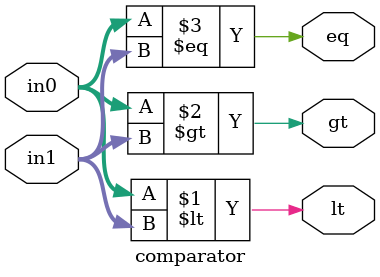
<source format=v>
module comparator(lt,gt,eq,in0,in1);
input [15:0]in0,in1;
output lt,gt,eq;

assign lt=in0<in1;
assign gt=in0>in1;
assign eq=in0==in1;

endmodule

</source>
